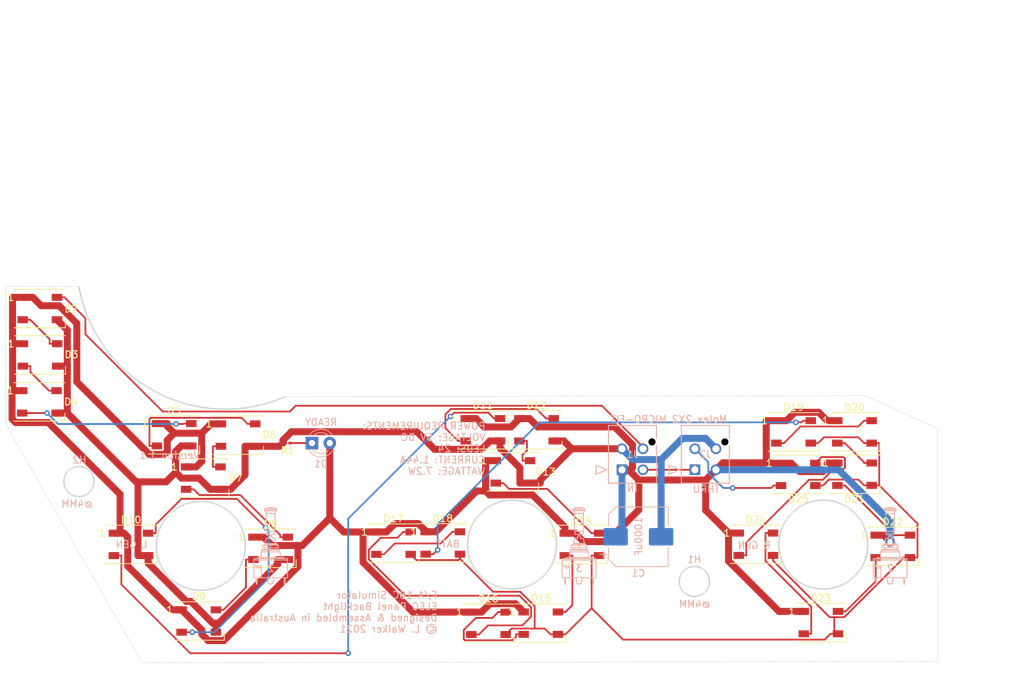
<source format=kicad_pcb>
(kicad_pcb (version 20171130) (host pcbnew "(5.1.6)-1")
  (layers (0 F.Cu signal) (31 B.Cu signal) (34 B.Paste user) (35 F.Paste user) (36 B.SilkS user) (37 F.SilkS user) (38 B.Mask user) (39 F.Mask user) (44 Edge.Cuts user))
  (net 0 "")
  (net 1 /LEDGND)
  (net 2 /LED+5V)
  (net 3 "Net-(D1-Pad1)")
  (net 4 "Net-(D2-Pad2)")
  (net 5 /DATAIN)
  (net 6 "Net-(D3-Pad2)")
  (net 7 "Net-(D4-Pad2)")
  (net 8 "Net-(D5-Pad2)")
  (net 9 "Net-(D6-Pad2)")
  (net 10 "Net-(D7-Pad2)")
  (net 11 "Net-(D8-Pad2)")
  (net 12 "Net-(D10-Pad4)")
  (net 13 "Net-(D10-Pad2)")
  (net 14 "Net-(D11-Pad2)")
  (net 15 "Net-(D12-Pad2)")
  (net 16 /DATAOUT1)
  (net 17 "Net-(D14-Pad2)")
  (net 18 "Net-(D15-Pad2)")
  (net 19 "Net-(D16-Pad2)")
  (net 20 "Net-(D17-Pad2)")
  (net 21 "Net-(D18-Pad2)")
  (net 22 "Net-(D19-Pad2)")
  (net 23 "Net-(D20-Pad2)")
  (net 24 "Net-(D21-Pad2)")
  (net 25 "Net-(D22-Pad2)")
  (net 26 "Net-(D23-Pad2)")
  (net 27 "Net-(D24-Pad2)")
  (net 28 /DATAOUT)
  (net 29 /DATALOOP)
  (net 30 "Net-(D14-Pad3)")
  (module "Kicad Footprint Files:S3ALToggle" (layer B.Cu) (at 111.9632 135.128 180)
    (fp_text reference G2 hide)
    (fp_text value LOGO hide)
    (fp_text user 3 (at 0.125 -3.075) (layer B.SilkS) (effects (justify mirror)))
  )
  (module "Kicad Footprint Files:S2ALToggle" (layer B.Cu) (at 156.3878 135.128 180)
    (fp_text reference G3 hide)
    (fp_text value LOGO hide)
    (fp_text user 2 (at 0.125 -3.075) (layer B.SilkS) (effects (justify mirror)))
  )
  (module "Kicad Footprint Files:S2ALToggle" (layer B.Cu) (at 67.9196 135.128 180)
    (fp_text reference G1 hide)
    (fp_text value LOGO hide)
    (fp_text user 2 (at 0.125 -3.075) (layer B.SilkS) (effects (justify mirror)))
  )
  (module Resistor_SMD:R_0201_0603Metric (layer F.Cu) (at 70.2158 120.294 180)
    (fp_text reference R1 (at 0 -1.05) (layer F.SilkS))
    (fp_text value R)
    (pad 2 smd roundrect (at 0.32 0 180) (size 0.46 0.4) (layers F.Cu F.Mask) (net 1 /LEDGND))
    (pad 1 smd roundrect (at -0.32 0 180) (size 0.46 0.4) (layers F.Cu F.Mask) (net 3 "Net-(D1-Pad1)"))
  )
  (module footprints:Molex_MicroFit_2X2 (layer B.Cu) (at 128.369 124.107 180)
    (fp_text reference J2 (at -1.495006 2.199999) (layer B.SilkS) (effects (justify mirror)))
    (fp_text value Conn_01x04_Female hide)
    (fp_text user * (at 0 0) (layer B.SilkS) (effects (justify mirror)))
    (pad 5 np_thru_hole circle (at -4.279999 3.98 180) (size 1.02 1.02) (drill 1.016) (layers))
    (pad 4 thru_hole circle (at -2.999999 2.999999 180) (size 1.52 1.52) (drill 1.016) (layers *.Cu *.Mask) (net 1 /LEDGND))
    (pad 3 thru_hole circle (at 0 2.999999 90) (size 1.52 1.52) (drill 1.016) (layers *.Cu *.Mask) (net 28 /DATAOUT))
    (pad 2 thru_hole circle (at -2.999999 0 180) (size 1.52 1.52) (drill 1.016) (layers *.Cu *.Mask) (net 2 /LED+5V))
    (pad 1 thru_hole rect (at 0 0 90) (size 1.52 1.52) (drill 1.016) (layers *.Cu *.Mask) (net 29 /DATALOOP))
  )
  (module footprints:Molex_MicroFit_2X2 (layer B.Cu) (at 117.955 124.107 180)
    (fp_text reference J1 (at -1.495006 2.199999 180) (layer B.SilkS) (effects (justify mirror)))
    (fp_text value Conn_01x04_Female hide)
    (fp_text user * (at 0 0 180) (layer B.SilkS) (effects (justify mirror)))
    (pad 5 np_thru_hole circle (at -4.279999 3.98 180) (size 1.02 1.02) (drill 1.016) (layers))
    (pad 4 thru_hole circle (at -2.999999 2.999999 180) (size 1.52 1.52) (drill 1.016) (layers *.Cu *.Mask) (net 5 /DATAIN))
    (pad 3 thru_hole circle (at 0 2.999999 90) (size 1.52 1.52) (drill 1.016) (layers *.Cu *.Mask) (net 1 /LEDGND))
    (pad 2 thru_hole circle (at -2.999999 0 180) (size 1.52 1.52) (drill 1.016) (layers *.Cu *.Mask) (net 29 /DATALOOP))
    (pad 1 thru_hole rect (at 0 0 90) (size 1.52 1.52) (drill 1.016) (layers *.Cu *.Mask) (net 2 /LED+5V))
  )
  (module LED_SMD:LED_WS2812B_PLCC4_5.0x5.0mm_P3.2mm (layer F.Cu) (at 143.117 124.765)
    (fp_text reference D25 (at 0.0116 3.5054) (layer F.SilkS))
    (fp_text value WS2812B)
    (fp_text user 1 (at -4.15 -1.6) (layer F.SilkS))
    (pad 1 smd rect (at -2.45 -1.6) (size 1.5 1) (layers F.Cu F.Paste F.Mask) (net 2 /LED+5V))
    (pad 2 smd rect (at -2.45 1.6) (size 1.5 1) (layers F.Cu F.Paste F.Mask) (net 28 /DATAOUT))
    (pad 4 smd rect (at 2.45 -1.6) (size 1.5 1) (layers F.Cu F.Paste F.Mask) (net 27 "Net-(D24-Pad2)"))
    (pad 3 smd rect (at 2.45 1.6) (size 1.5 1) (layers F.Cu F.Paste F.Mask) (net 30 "Net-(D14-Pad3)"))
  )
  (module LED_SMD:LED_WS2812B_PLCC4_5.0x5.0mm_P3.2mm (layer F.Cu) (at 137.072 134.747)
    (fp_text reference D24 (at 0 -3.5) (layer F.SilkS))
    (fp_text value WS2812B)
    (fp_text user 1 (at -4.15 -1.6) (layer F.SilkS))
    (pad 1 smd rect (at -2.45 -1.6) (size 1.5 1) (layers F.Cu F.Paste F.Mask) (net 2 /LED+5V))
    (pad 2 smd rect (at -2.45 1.6) (size 1.5 1) (layers F.Cu F.Paste F.Mask) (net 27 "Net-(D24-Pad2)"))
    (pad 4 smd rect (at 2.45 -1.6) (size 1.5 1) (layers F.Cu F.Paste F.Mask) (net 26 "Net-(D23-Pad2)"))
    (pad 3 smd rect (at 2.45 1.6) (size 1.5 1) (layers F.Cu F.Paste F.Mask) (net 30 "Net-(D14-Pad3)"))
  )
  (module LED_SMD:LED_WS2812B_PLCC4_5.0x5.0mm_P3.2mm (layer F.Cu) (at 146.355 145.948)
    (fp_text reference D23 (at 0 -3.5) (layer F.SilkS))
    (fp_text value WS2812B)
    (fp_text user 1 (at -4.15 -1.6) (layer F.SilkS))
    (pad 1 smd rect (at -2.45 -1.6) (size 1.5 1) (layers F.Cu F.Paste F.Mask) (net 2 /LED+5V))
    (pad 2 smd rect (at -2.45 1.6) (size 1.5 1) (layers F.Cu F.Paste F.Mask) (net 26 "Net-(D23-Pad2)"))
    (pad 4 smd rect (at 2.45 -1.6) (size 1.5 1) (layers F.Cu F.Paste F.Mask) (net 25 "Net-(D22-Pad2)"))
    (pad 3 smd rect (at 2.45 1.6) (size 1.5 1) (layers F.Cu F.Paste F.Mask) (net 30 "Net-(D14-Pad3)"))
  )
  (module LED_SMD:LED_WS2812B_PLCC4_5.0x5.0mm_P3.2mm (layer F.Cu) (at 156.63 135.052)
    (fp_text reference D22 (at 0 -3.5) (layer F.SilkS))
    (fp_text value WS2812B)
    (fp_text user 1 (at -4.15 -1.6) (layer F.SilkS))
    (pad 1 smd rect (at -2.45 -1.6) (size 1.5 1) (layers F.Cu F.Paste F.Mask) (net 2 /LED+5V))
    (pad 2 smd rect (at -2.45 1.6) (size 1.5 1) (layers F.Cu F.Paste F.Mask) (net 25 "Net-(D22-Pad2)"))
    (pad 4 smd rect (at 2.45 -1.6) (size 1.5 1) (layers F.Cu F.Paste F.Mask) (net 24 "Net-(D21-Pad2)"))
    (pad 3 smd rect (at 2.45 1.6) (size 1.5 1) (layers F.Cu F.Paste F.Mask) (net 30 "Net-(D14-Pad3)"))
  )
  (module LED_SMD:LED_WS2812B_PLCC4_5.0x5.0mm_P3.2mm (layer F.Cu) (at 151.167 124.739)
    (fp_text reference D21 (at -0.0116 3.5308) (layer F.SilkS))
    (fp_text value WS2812B)
    (fp_text user 1 (at -4.15 -1.6) (layer F.SilkS))
    (pad 1 smd rect (at -2.45 -1.6) (size 1.5 1) (layers F.Cu F.Paste F.Mask) (net 2 /LED+5V))
    (pad 2 smd rect (at -2.45 1.6) (size 1.5 1) (layers F.Cu F.Paste F.Mask) (net 24 "Net-(D21-Pad2)"))
    (pad 4 smd rect (at 2.45 -1.6) (size 1.5 1) (layers F.Cu F.Paste F.Mask) (net 23 "Net-(D20-Pad2)"))
    (pad 3 smd rect (at 2.45 1.6) (size 1.5 1) (layers F.Cu F.Paste F.Mask) (net 30 "Net-(D14-Pad3)"))
  )
  (module LED_SMD:LED_WS2812B_PLCC4_5.0x5.0mm_P3.2mm (layer F.Cu) (at 151.155 118.694)
    (fp_text reference D20 (at 0 -3.5) (layer F.SilkS))
    (fp_text value WS2812B)
    (fp_text user 1 (at -4.15 -1.6) (layer F.SilkS))
    (pad 1 smd rect (at -2.45 -1.6) (size 1.5 1) (layers F.Cu F.Paste F.Mask) (net 2 /LED+5V))
    (pad 2 smd rect (at -2.45 1.6) (size 1.5 1) (layers F.Cu F.Paste F.Mask) (net 23 "Net-(D20-Pad2)"))
    (pad 4 smd rect (at 2.45 -1.6) (size 1.5 1) (layers F.Cu F.Paste F.Mask) (net 22 "Net-(D19-Pad2)"))
    (pad 3 smd rect (at 2.45 1.6) (size 1.5 1) (layers F.Cu F.Paste F.Mask) (net 30 "Net-(D14-Pad3)"))
  )
  (module LED_SMD:LED_WS2812B_PLCC4_5.0x5.0mm_P3.2mm (layer F.Cu) (at 142.455 118.694)
    (fp_text reference D19 (at 0 -3.5) (layer F.SilkS))
    (fp_text value WS2812B)
    (fp_text user 1 (at -4.15 -1.6) (layer F.SilkS))
    (pad 1 smd rect (at -2.45 -1.6) (size 1.5 1) (layers F.Cu F.Paste F.Mask) (net 2 /LED+5V))
    (pad 2 smd rect (at -2.45 1.6) (size 1.5 1) (layers F.Cu F.Paste F.Mask) (net 22 "Net-(D19-Pad2)"))
    (pad 4 smd rect (at 2.45 -1.6) (size 1.5 1) (layers F.Cu F.Paste F.Mask) (net 21 "Net-(D18-Pad2)"))
    (pad 3 smd rect (at 2.45 1.6) (size 1.5 1) (layers F.Cu F.Paste F.Mask) (net 30 "Net-(D14-Pad3)"))
  )
  (module LED_SMD:LED_WS2812B_PLCC4_5.0x5.0mm_P3.2mm (layer F.Cu) (at 92.3682 134.569)
    (fp_text reference D18 (at 0 -3.5) (layer F.SilkS))
    (fp_text value WS2812B)
    (fp_text user 1 (at -4.15 -1.6) (layer F.SilkS))
    (pad 1 smd rect (at -2.45 -1.6) (size 1.5 1) (layers F.Cu F.Paste F.Mask) (net 2 /LED+5V))
    (pad 2 smd rect (at -2.45 1.6) (size 1.5 1) (layers F.Cu F.Paste F.Mask) (net 21 "Net-(D18-Pad2)"))
    (pad 4 smd rect (at 2.45 -1.6) (size 1.5 1) (layers F.Cu F.Paste F.Mask) (net 20 "Net-(D17-Pad2)"))
    (pad 3 smd rect (at 2.45 1.6) (size 1.5 1) (layers F.Cu F.Paste F.Mask) (net 30 "Net-(D14-Pad3)"))
  )
  (module LED_SMD:LED_WS2812B_PLCC4_5.0x5.0mm_P3.2mm (layer F.Cu) (at 85.3302 134.594)
    (fp_text reference D17 (at 0 -3.5) (layer F.SilkS))
    (fp_text value WS2812B)
    (fp_text user 1 (at -4.15 -1.6) (layer F.SilkS))
    (pad 1 smd rect (at -2.45 -1.6) (size 1.5 1) (layers F.Cu F.Paste F.Mask) (net 2 /LED+5V))
    (pad 2 smd rect (at -2.45 1.6) (size 1.5 1) (layers F.Cu F.Paste F.Mask) (net 20 "Net-(D17-Pad2)"))
    (pad 4 smd rect (at 2.45 -1.6) (size 1.5 1) (layers F.Cu F.Paste F.Mask) (net 19 "Net-(D16-Pad2)"))
    (pad 3 smd rect (at 2.45 1.6) (size 1.5 1) (layers F.Cu F.Paste F.Mask) (net 30 "Net-(D14-Pad3)"))
  )
  (module LED_SMD:LED_WS2812B_PLCC4_5.0x5.0mm_P3.2mm (layer F.Cu) (at 98.8938 146.05)
    (fp_text reference D16 (at 0 -3.5) (layer F.SilkS))
    (fp_text value WS2812B)
    (fp_text user 1 (at -4.15 -1.6) (layer F.SilkS))
    (pad 1 smd rect (at -2.45 -1.6) (size 1.5 1) (layers F.Cu F.Paste F.Mask) (net 2 /LED+5V))
    (pad 2 smd rect (at -2.45 1.6) (size 1.5 1) (layers F.Cu F.Paste F.Mask) (net 19 "Net-(D16-Pad2)"))
    (pad 4 smd rect (at 2.45 -1.6) (size 1.5 1) (layers F.Cu F.Paste F.Mask) (net 18 "Net-(D15-Pad2)"))
    (pad 3 smd rect (at 2.45 1.6) (size 1.5 1) (layers F.Cu F.Paste F.Mask) (net 30 "Net-(D14-Pad3)"))
  )
  (module LED_SMD:LED_WS2812B_PLCC4_5.0x5.0mm_P3.2mm (layer F.Cu) (at 106.364 146.024)
    (fp_text reference D15 (at 0.037 -3.5304) (layer F.SilkS))
    (fp_text value WS2812B)
    (fp_text user 1 (at -4.15 -1.6) (layer F.SilkS))
    (pad 1 smd rect (at -2.45 -1.6) (size 1.5 1) (layers F.Cu F.Paste F.Mask) (net 2 /LED+5V))
    (pad 2 smd rect (at -2.45 1.6) (size 1.5 1) (layers F.Cu F.Paste F.Mask) (net 18 "Net-(D15-Pad2)"))
    (pad 4 smd rect (at 2.45 -1.6) (size 1.5 1) (layers F.Cu F.Paste F.Mask) (net 17 "Net-(D14-Pad2)"))
    (pad 3 smd rect (at 2.45 1.6) (size 1.5 1) (layers F.Cu F.Paste F.Mask) (net 30 "Net-(D14-Pad3)"))
  )
  (module LED_SMD:LED_WS2812B_PLCC4_5.0x5.0mm_P3.2mm (layer F.Cu) (at 112.243 134.772)
    (fp_text reference D14 (at 0 -3.5) (layer F.SilkS))
    (fp_text value WS2812B)
    (fp_text user 1 (at -4.15 -1.6) (layer F.SilkS))
    (pad 1 smd rect (at -2.45 -1.6) (size 1.5 1) (layers F.Cu F.Paste F.Mask) (net 2 /LED+5V))
    (pad 2 smd rect (at -2.45 1.6) (size 1.5 1) (layers F.Cu F.Paste F.Mask) (net 17 "Net-(D14-Pad2)"))
    (pad 4 smd rect (at 2.45 -1.6) (size 1.5 1) (layers F.Cu F.Paste F.Mask) (net 16 /DATAOUT1))
    (pad 3 smd rect (at 2.45 1.6) (size 1.5 1) (layers F.Cu F.Paste F.Mask) (net 30 "Net-(D14-Pad3)"))
  )
  (module LED_SMD:LED_WS2812B_PLCC4_5.0x5.0mm_P3.2mm (layer F.Cu) (at 102.376 124.409)
    (fp_text reference D13 (at 4.6852 0.0002) (layer F.SilkS))
    (fp_text value WS2812B)
    (fp_text user 1 (at -4.15 -1.6) (layer F.SilkS))
    (pad 1 smd rect (at -2.45 -1.6) (size 1.5 1) (layers F.Cu F.Paste F.Mask) (net 2 /LED+5V))
    (pad 2 smd rect (at -2.45 1.6) (size 1.5 1) (layers F.Cu F.Paste F.Mask) (net 16 /DATAOUT1))
    (pad 4 smd rect (at 2.45 -1.6) (size 1.5 1) (layers F.Cu F.Paste F.Mask) (net 15 "Net-(D12-Pad2)"))
    (pad 3 smd rect (at 2.45 1.6) (size 1.5 1) (layers F.Cu F.Paste F.Mask) (net 1 /LEDGND))
  )
  (module LED_SMD:LED_WS2812B_PLCC4_5.0x5.0mm_P3.2mm (layer F.Cu) (at 105.754 118.389)
    (fp_text reference D12 (at 0 -3.5) (layer F.SilkS))
    (fp_text value WS2812B)
    (fp_text user 1 (at -4.15 -1.6) (layer F.SilkS))
    (pad 1 smd rect (at -2.45 -1.6) (size 1.5 1) (layers F.Cu F.Paste F.Mask) (net 2 /LED+5V))
    (pad 2 smd rect (at -2.45 1.6) (size 1.5 1) (layers F.Cu F.Paste F.Mask) (net 15 "Net-(D12-Pad2)"))
    (pad 4 smd rect (at 2.45 -1.6) (size 1.5 1) (layers F.Cu F.Paste F.Mask) (net 14 "Net-(D11-Pad2)"))
    (pad 3 smd rect (at 2.45 1.6) (size 1.5 1) (layers F.Cu F.Paste F.Mask) (net 1 /LEDGND))
  )
  (module LED_SMD:LED_WS2812B_PLCC4_5.0x5.0mm_P3.2mm (layer F.Cu) (at 98.0948 118.389)
    (fp_text reference D11 (at 0 -3.5) (layer F.SilkS))
    (fp_text value WS2812B)
    (fp_text user 1 (at -4.15 -1.6) (layer F.SilkS))
    (pad 1 smd rect (at -2.45 -1.6) (size 1.5 1) (layers F.Cu F.Paste F.Mask) (net 2 /LED+5V))
    (pad 2 smd rect (at -2.45 1.6) (size 1.5 1) (layers F.Cu F.Paste F.Mask) (net 14 "Net-(D11-Pad2)"))
    (pad 4 smd rect (at 2.45 -1.6) (size 1.5 1) (layers F.Cu F.Paste F.Mask) (net 13 "Net-(D10-Pad2)"))
    (pad 3 smd rect (at 2.45 1.6) (size 1.5 1) (layers F.Cu F.Paste F.Mask) (net 1 /LEDGND))
  )
  (module LED_SMD:LED_WS2812B_PLCC4_5.0x5.0mm_P3.2mm (layer F.Cu) (at 47.842 134.772)
    (fp_text reference D10 (at 0 -3.5) (layer F.SilkS))
    (fp_text value WS2812B)
    (fp_text user 1 (at -4.15 -1.6) (layer F.SilkS))
    (pad 1 smd rect (at -2.45 -1.6) (size 1.5 1) (layers F.Cu F.Paste F.Mask) (net 2 /LED+5V))
    (pad 2 smd rect (at -2.45 1.6) (size 1.5 1) (layers F.Cu F.Paste F.Mask) (net 13 "Net-(D10-Pad2)"))
    (pad 4 smd rect (at 2.45 -1.6) (size 1.5 1) (layers F.Cu F.Paste F.Mask) (net 12 "Net-(D10-Pad4)"))
    (pad 3 smd rect (at 2.45 1.6) (size 1.5 1) (layers F.Cu F.Paste F.Mask) (net 1 /LEDGND))
  )
  (module LED_SMD:LED_WS2812B_PLCC4_5.0x5.0mm_P3.2mm (layer F.Cu) (at 57.5194 145.72)
    (fp_text reference D9 (at 0 -3.5) (layer F.SilkS))
    (fp_text value WS2812B)
    (fp_text user 1 (at -4.15 -1.6) (layer F.SilkS))
    (pad 1 smd rect (at -2.45 -1.6) (size 1.5 1) (layers F.Cu F.Paste F.Mask) (net 2 /LED+5V))
    (pad 2 smd rect (at -2.45 1.6) (size 1.5 1) (layers F.Cu F.Paste F.Mask) (net 12 "Net-(D10-Pad4)"))
    (pad 4 smd rect (at 2.45 -1.6) (size 1.5 1) (layers F.Cu F.Paste F.Mask) (net 11 "Net-(D8-Pad2)"))
    (pad 3 smd rect (at 2.45 1.6) (size 1.5 1) (layers F.Cu F.Paste F.Mask) (net 1 /LEDGND))
  )
  (module LED_SMD:LED_WS2812B_PLCC4_5.0x5.0mm_P3.2mm (layer F.Cu) (at 67.781 135.331)
    (fp_text reference D8 (at 0.0116 -3.48) (layer F.SilkS))
    (fp_text value WS2812B)
    (fp_text user 1 (at -4.15 -1.6) (layer F.SilkS))
    (pad 1 smd rect (at -2.45 -1.6) (size 1.5 1) (layers F.Cu F.Paste F.Mask) (net 2 /LED+5V))
    (pad 2 smd rect (at -2.45 1.6) (size 1.5 1) (layers F.Cu F.Paste F.Mask) (net 11 "Net-(D8-Pad2)"))
    (pad 4 smd rect (at 2.45 -1.6) (size 1.5 1) (layers F.Cu F.Paste F.Mask) (net 10 "Net-(D7-Pad2)"))
    (pad 3 smd rect (at 2.45 1.6) (size 1.5 1) (layers F.Cu F.Paste F.Mask) (net 1 /LEDGND))
  )
  (module LED_SMD:LED_WS2812B_PLCC4_5.0x5.0mm_P3.2mm (layer F.Cu) (at 58.166 125.298)
    (fp_text reference D7 (at 4.6228 -0.0254) (layer F.SilkS))
    (fp_text value WS2812B)
    (fp_text user 1 (at -4.15 -1.6) (layer F.SilkS))
    (pad 1 smd rect (at -2.45 -1.6) (size 1.5 1) (layers F.Cu F.Paste F.Mask) (net 2 /LED+5V))
    (pad 2 smd rect (at -2.45 1.6) (size 1.5 1) (layers F.Cu F.Paste F.Mask) (net 10 "Net-(D7-Pad2)"))
    (pad 4 smd rect (at 2.45 -1.6) (size 1.5 1) (layers F.Cu F.Paste F.Mask) (net 9 "Net-(D6-Pad2)"))
    (pad 3 smd rect (at 2.45 1.6) (size 1.5 1) (layers F.Cu F.Paste F.Mask) (net 1 /LEDGND))
  )
  (module LED_SMD:LED_WS2812B_PLCC4_5.0x5.0mm_P3.2mm (layer F.Cu) (at 63.1306 119.151)
    (fp_text reference D6 (at 4.4588 -0.0252) (layer F.SilkS))
    (fp_text value WS2812B)
    (fp_text user 1 (at -4.15 -1.6) (layer F.SilkS))
    (pad 1 smd rect (at -2.45 -1.6) (size 1.5 1) (layers F.Cu F.Paste F.Mask) (net 2 /LED+5V))
    (pad 2 smd rect (at -2.45 1.6) (size 1.5 1) (layers F.Cu F.Paste F.Mask) (net 9 "Net-(D6-Pad2)"))
    (pad 4 smd rect (at 2.45 -1.6) (size 1.5 1) (layers F.Cu F.Paste F.Mask) (net 8 "Net-(D5-Pad2)"))
    (pad 3 smd rect (at 2.45 1.6) (size 1.5 1) (layers F.Cu F.Paste F.Mask) (net 1 /LEDGND))
  )
  (module LED_SMD:LED_WS2812B_PLCC4_5.0x5.0mm_P3.2mm (layer F.Cu) (at 54.0004 119.101)
    (fp_text reference D5 (at 0 -3.4798) (layer F.SilkS))
    (fp_text value WS2812B)
    (fp_text user 1 (at -4.15 -1.6) (layer F.SilkS))
    (pad 1 smd rect (at -2.45 -1.6) (size 1.5 1) (layers F.Cu F.Paste F.Mask) (net 2 /LED+5V))
    (pad 2 smd rect (at -2.45 1.6) (size 1.5 1) (layers F.Cu F.Paste F.Mask) (net 8 "Net-(D5-Pad2)"))
    (pad 4 smd rect (at 2.45 -1.6) (size 1.5 1) (layers F.Cu F.Paste F.Mask) (net 7 "Net-(D4-Pad2)"))
    (pad 3 smd rect (at 2.45 1.6) (size 1.5 1) (layers F.Cu F.Paste F.Mask) (net 1 /LEDGND))
  )
  (module LED_SMD:LED_WS2812B_PLCC4_5.0x5.0mm_P3.2mm (layer F.Cu) (at 34.761 114.402)
    (fp_text reference D4 (at 4.5074 -0.0002) (layer F.SilkS))
    (fp_text value WS2812B)
    (fp_text user 1 (at -4.15 -1.6) (layer F.SilkS))
    (pad 1 smd rect (at -2.45 -1.6) (size 1.5 1) (layers F.Cu F.Paste F.Mask) (net 2 /LED+5V))
    (pad 2 smd rect (at -2.45 1.6) (size 1.5 1) (layers F.Cu F.Paste F.Mask) (net 7 "Net-(D4-Pad2)"))
    (pad 4 smd rect (at 2.45 -1.6) (size 1.5 1) (layers F.Cu F.Paste F.Mask) (net 6 "Net-(D3-Pad2)"))
    (pad 3 smd rect (at 2.45 1.6) (size 1.5 1) (layers F.Cu F.Paste F.Mask) (net 1 /LEDGND))
  )
  (module LED_SMD:LED_WS2812B_PLCC4_5.0x5.0mm_P3.2mm (layer F.Cu) (at 34.8488 107.696)
    (fp_text reference D3 (at 4.4958 -0.0508) (layer F.SilkS))
    (fp_text value WS2812B)
    (fp_text user 1 (at -4.15 -1.6) (layer F.SilkS))
    (pad 1 smd rect (at -2.45 -1.6) (size 1.5 1) (layers F.Cu F.Paste F.Mask) (net 2 /LED+5V))
    (pad 2 smd rect (at -2.45 1.6) (size 1.5 1) (layers F.Cu F.Paste F.Mask) (net 6 "Net-(D3-Pad2)"))
    (pad 4 smd rect (at 2.45 -1.6) (size 1.5 1) (layers F.Cu F.Paste F.Mask) (net 4 "Net-(D2-Pad2)"))
    (pad 3 smd rect (at 2.45 1.6) (size 1.5 1) (layers F.Cu F.Paste F.Mask) (net 1 /LEDGND))
  )
  (module LED_SMD:LED_WS2812B_PLCC4_5.0x5.0mm_P3.2mm (layer F.Cu) (at 34.8234 101.067)
    (fp_text reference D2 (at 4.4958 0.0508) (layer F.SilkS))
    (fp_text value WS2812B)
    (fp_text user 1 (at -4.15 -1.6) (layer F.SilkS))
    (pad 1 smd rect (at -2.45 -1.6) (size 1.5 1) (layers F.Cu F.Paste F.Mask) (net 2 /LED+5V))
    (pad 2 smd rect (at -2.45 1.6) (size 1.5 1) (layers F.Cu F.Paste F.Mask) (net 4 "Net-(D2-Pad2)"))
    (pad 4 smd rect (at 2.45 -1.6) (size 1.5 1) (layers F.Cu F.Paste F.Mask) (net 5 /DATAIN))
    (pad 3 smd rect (at 2.45 1.6) (size 1.5 1) (layers F.Cu F.Paste F.Mask) (net 1 /LEDGND))
  )
  (module LED_THT:LED_D3.0mm (layer B.Cu) (at 73.6854 120.294)
    (fp_text reference D1 (at 1.27 2.96) (layer B.SilkS) (effects (justify mirror)))
    (fp_text value LED)
    (pad 2 thru_hole circle (at 2.54 0) (size 1.8 1.8) (drill 0.9) (layers *.Cu *.Mask) (net 2 /LED+5V))
    (pad 1 thru_hole rect (at 0 0) (size 1.8 1.8) (drill 0.9) (layers *.Cu *.Mask) (net 3 "Net-(D1-Pad1)"))
  )
  (module Capacitor_SMD:CP_Elec_8x10 (layer B.Cu) (at 120.296 133.68)
    (fp_text reference C1 (at 0 5.2) (layer B.SilkS) (effects (justify mirror)))
    (fp_text value C_Polarized)
    (pad 2 smd roundrect (at 3.25 0) (size 3.5 2.5) (layers B.Cu B.Paste B.Mask) (roundrect_rratio 0.1) (net 1 /LEDGND))
    (pad 1 smd roundrect (at -3.25 0) (size 3.5 2.5) (layers B.Cu B.Paste B.Mask) (roundrect_rratio 0.1) (net 2 /LED+5V))
  )
  (gr_text H2 (at 40.4876 122.682) (layer B.SilkS) (effects (font (size 1 1)) (justify mirror)))
  (gr_text H1 (at 128.27 136.906) (layer B.SilkS) (effects (font (size 1 1)) (justify mirror)))
  (gr_text "R GEN" (at 136.8552 134.8994) (layer B.SilkS) (effects (font (size 1 1)) (justify mirror)))
  (gr_text BATT (at 93.091 134.7216) (layer B.SilkS) (effects (font (size 1 1)) (justify mirror)))
  (gr_text "L GEN" (at 47.9298 134.7724) (layer B.SilkS) (effects (font (size 1 1)) (justify mirror)))
  (gr_arc (start 61.339566 94.181114) (end 40.4114 97.9424) (angle -103.4067556) (layer Edge.Cuts) (width 0.2))
  (gr_line (start 152.7048 113.5126) (end 69.85081 113.666856) (layer Edge.Cuts) (width 0.05))
  (gr_line (start 163.0426 118.237) (end 152.7048 113.5126) (layer Edge.Cuts) (width 0.05))
  (gr_line (start 163.068 151.511) (end 163.0426 118.237) (layer Edge.Cuts) (width 0.05))
  (gr_line (start 49.4284 151.6888) (end 163.068 151.511) (layer Edge.Cuts) (width 0.05))
  (gr_line (start 29.9466 117.5512) (end 49.4284 151.6888) (layer Edge.Cuts) (width 0.05))
  (gr_line (start 29.9466 97.8662) (end 29.9466 117.5512) (layer Edge.Cuts) (width 0.05))
  (gr_line (start 29.9466 97.8662) (end 40.4114 97.9424) (layer Edge.Cuts) (width 0.05))
  (gr_circle (center 102.2604 134.7978) (end 108.6104 134.7978) (layer Edge.Cuts) (width 0.2))
  (gr_circle (center 40.4114 125.7808) (end 42.564049 125.7808) (layer Edge.Cuts) (width 0.2))
  (gr_circle (center 146.7104 134.7978) (end 153.060399 134.7978) (layer Edge.Cuts) (width 0.2))
  (gr_circle (center 128.2954 140.0683) (end 130.44805 140.0683) (layer Edge.Cuts) (width 0.2))
  (gr_circle (center 57.8104 134.979916) (end 64.1604 134.979916) (layer Edge.Cuts) (width 0.2))
  (gr_text "Molex 2X2 MICRO-FIT" (at 124.6378 116.8908) (layer B.SilkS) (effects (font (size 1 1)) (justify mirror)))
  (gr_text 1000uF (at 120.3198 133.6548 90) (layer B.SilkS) (effects (font (size 1 1)) (justify mirror)))
  (gr_text READY (at 74.9554 117.3226) (layer B.SilkS) (effects (font (size 1 1)) (justify mirror)))
  (gr_text THRU (at 129.9972 126.873) (layer B.SilkS) (effects (font (size 1 1)) (justify mirror)))
  (gr_text IN (at 119.4308 126.7714) (layer B.SilkS) (effects (font (size 1 1)) (justify mirror)))
  (gr_text ⌀4MM (at 40.1574 128.9812) (layer B.SilkS) (effects (font (size 1 1)) (justify mirror)))
  (gr_text "Version 1.1" (at 53.3146 122.047) (layer B.SilkS) (effects (font (size 1 1)) (justify mirror)))
  (gr_text ⌀4MM (at 128.3462 143.3068) (layer B.SilkS) (effects (font (size 1 1)) (justify mirror)))
  (gr_text "POWER REQUIREMENTS:\nVOLTAGE: 5V DC\nLEDS: 24\nCURRENT: 1.44A\nWATTAGE: 7.2W" (at 98.552 121.0818) (layer B.SilkS) (effects (font (size 1 1)) (justify left mirror)))
  (gr_text "F/A 18C Simulator \nELEC Panel Backlight\nDesigned & Assembled in Australia\n© L. Walker 2021" (at 91.694 144.4498) (layer B.SilkS) (effects (font (size 1 1)) (justify left mirror)))
  (segment (start 59.9694 146.0206) (end 59.4966 146.0206) (width 1) (layer F.Cu) (net 1))
  (segment (start 59.4966 146.0206) (end 56.3956 142.9196) (width 1) (layer F.Cu) (net 1))
  (segment (start 56.3956 142.9196) (end 55.7546 142.9196) (width 1) (layer F.Cu) (net 1))
  (segment (start 55.7546 142.9196) (end 50.292 137.457) (width 1) (layer F.Cu) (net 1))
  (segment (start 50.292 137.457) (end 50.292 136.372) (width 1) (layer F.Cu) (net 1))
  (segment (start 68.7807 136.931) (end 68.7807 137.6154) (width 1) (layer F.Cu) (net 1))
  (segment (start 68.7807 137.6154) (end 60.3755 146.0206) (width 1) (layer F.Cu) (net 1))
  (segment (start 60.3755 146.0206) (end 59.9694 146.0206) (width 1) (layer F.Cu) (net 1))
  (segment (start 59.9694 146.0206) (end 59.9694 147.32) (width 1) (layer F.Cu) (net 1))
  (segment (start 70.231 136.931) (end 68.7807 136.931) (width 1) (layer F.Cu) (net 1))
  (segment (start 38.7491 116.002) (end 48.5804 125.8333) (width 1) (layer F.Cu) (net 1))
  (segment (start 48.5804 125.8333) (end 48.8417 125.8333) (width 1) (layer F.Cu) (net 1))
  (segment (start 48.8417 125.8333) (end 52.8501 125.8333) (width 1) (layer F.Cu) (net 1))
  (segment (start 52.8501 125.8333) (end 54.2222 124.4612) (width 1) (layer F.Cu) (net 1))
  (segment (start 48.8417 125.8333) (end 48.8417 136.372) (width 1) (layer F.Cu) (net 1))
  (segment (start 50.292 136.372) (end 48.8417 136.372) (width 1) (layer F.Cu) (net 1))
  (segment (start 37.2734 102.667) (end 38.7491 104.1427) (width 1) (layer F.Cu) (net 1))
  (segment (start 38.7491 104.1427) (end 38.7491 109.296) (width 1) (layer F.Cu) (net 1))
  (segment (start 38.7491 116.002) (end 38.6613 116.002) (width 1) (layer F.Cu) (net 1))
  (segment (start 38.7491 116.002) (end 38.7491 109.296) (width 1) (layer F.Cu) (net 1))
  (segment (start 37.2988 109.296) (end 38.7491 109.296) (width 1) (layer F.Cu) (net 1))
  (segment (start 104.826 126.009) (end 106.2763 126.009) (width 1) (layer F.Cu) (net 1))
  (segment (start 110.7723 121.107) (end 109.6543 119.989) (width 1) (layer F.Cu) (net 1))
  (segment (start 117.955 121.107) (end 110.7723 121.107) (width 1) (layer F.Cu) (net 1))
  (segment (start 110.7723 121.107) (end 106.2763 125.603) (width 1) (layer F.Cu) (net 1))
  (segment (start 106.2763 125.603) (end 106.2763 126.009) (width 1) (layer F.Cu) (net 1))
  (segment (start 104.826 126.009) (end 103.3757 126.009) (width 1) (layer F.Cu) (net 1))
  (segment (start 103.3757 126.009) (end 103.3757 123.8335) (width 1) (layer F.Cu) (net 1))
  (segment (start 103.3757 123.8335) (end 100.5448 121.0026) (width 1) (layer F.Cu) (net 1))
  (segment (start 100.5448 121.0026) (end 100.5448 119.989) (width 1) (layer F.Cu) (net 1))
  (segment (start 108.204 119.989) (end 109.6543 119.989) (width 1) (layer F.Cu) (net 1))
  (segment (start 69.5348 120.294) (end 69.5348 119.8958) (width 1) (layer F.Cu) (net 1))
  (segment (start 69.5348 119.8958) (end 70.7576 118.673) (width 1) (layer F.Cu) (net 1))
  (segment (start 70.7576 118.673) (end 88.6846 118.673) (width 1) (layer F.Cu) (net 1))
  (segment (start 88.6846 118.673) (end 91.2009 121.1893) (width 1) (layer F.Cu) (net 1))
  (segment (start 91.2009 121.1893) (end 97.8942 121.1893) (width 1) (layer F.Cu) (net 1))
  (segment (start 97.8942 121.1893) (end 99.0945 119.989) (width 1) (layer F.Cu) (net 1))
  (segment (start 65.5806 120.751) (end 69.0778 120.751) (width 1) (layer F.Cu) (net 1))
  (segment (start 69.0778 120.751) (end 69.5348 120.294) (width 1) (layer F.Cu) (net 1))
  (segment (start 100.5448 119.989) (end 99.0945 119.989) (width 1) (layer F.Cu) (net 1))
  (segment (start 69.5348 120.294) (end 69.8958 120.294) (width 0.4006) (layer F.Cu) (net 1))
  (segment (start 54.2222 124.4612) (end 54.2222 121.4789) (width 1) (layer F.Cu) (net 1))
  (segment (start 54.2222 121.4789) (end 55.0001 120.701) (width 1) (layer F.Cu) (net 1))
  (segment (start 59.1657 126.898) (end 57.5644 125.2967) (width 1) (layer F.Cu) (net 1))
  (segment (start 57.5644 125.2967) (end 55.0577 125.2967) (width 1) (layer F.Cu) (net 1))
  (segment (start 55.0577 125.2967) (end 54.2222 124.4612) (width 1) (layer F.Cu) (net 1))
  (segment (start 37.211 116.002) (end 38.6613 116.002) (width 1) (layer F.Cu) (net 1))
  (segment (start 123.546 122.6466) (end 126.5702 119.6224) (width 1) (layer B.Cu) (net 1))
  (segment (start 126.5702 119.6224) (end 129.8844 119.6224) (width 1) (layer B.Cu) (net 1))
  (segment (start 129.8844 119.6224) (end 131.369 121.107) (width 1) (layer B.Cu) (net 1))
  (segment (start 117.955 121.107) (end 119.4946 122.6466) (width 1) (layer B.Cu) (net 1))
  (segment (start 119.4946 122.6466) (end 123.546 122.6466) (width 1) (layer B.Cu) (net 1))
  (segment (start 123.546 133.68) (end 123.546 122.6466) (width 1) (layer B.Cu) (net 1))
  (segment (start 56.4504 120.701) (end 55.0001 120.701) (width 1) (layer F.Cu) (net 1))
  (segment (start 60.616 126.898) (end 62.0663 126.898) (width 1) (layer F.Cu) (net 1))
  (segment (start 65.5806 120.751) (end 64.1303 120.751) (width 1) (layer F.Cu) (net 1))
  (segment (start 64.1303 120.751) (end 64.1303 124.834) (width 1) (layer F.Cu) (net 1))
  (segment (start 64.1303 124.834) (end 62.0663 126.898) (width 1) (layer F.Cu) (net 1))
  (segment (start 60.616 126.898) (end 59.1657 126.898) (width 1) (layer F.Cu) (net 1))
  (segment (start 109.793 133.172) (end 111.2433 133.172) (width 1) (layer F.Cu) (net 2))
  (segment (start 111.2433 133.172) (end 112.4436 134.3723) (width 1) (layer F.Cu) (net 2))
  (segment (start 112.4436 134.3723) (end 115.8152 134.3723) (width 1) (layer F.Cu) (net 2))
  (segment (start 115.8152 134.3723) (end 120.3532 129.8343) (width 1) (layer F.Cu) (net 2))
  (segment (start 120.3532 129.8343) (end 120.3532 125.5706) (width 1) (layer F.Cu) (net 2))
  (segment (start 109.793 133.172) (end 109.793 132.3074) (width 1) (layer F.Cu) (net 2))
  (segment (start 109.793 132.3074) (end 105.1898 127.7042) (width 1) (layer F.Cu) (net 2))
  (segment (start 105.1898 127.7042) (end 99.0454 127.7042) (width 1) (layer F.Cu) (net 2))
  (segment (start 99.0454 127.7042) (end 98.4757 127.1345) (width 1) (layer F.Cu) (net 2))
  (segment (start 120.3532 125.5706) (end 129.9054 125.5706) (width 1) (layer F.Cu) (net 2))
  (segment (start 119.1469 124.107) (end 119.1469 124.3643) (width 1) (layer F.Cu) (net 2))
  (segment (start 119.1469 124.3643) (end 120.3532 125.5706) (width 1) (layer F.Cu) (net 2))
  (segment (start 129.9054 125.5706) (end 131.369 124.107) (width 1) (layer F.Cu) (net 2))
  (segment (start 133.1717 133.147) (end 129.9054 129.8807) (width 1) (layer F.Cu) (net 2))
  (segment (start 129.9054 129.8807) (end 129.9054 125.5706) (width 1) (layer F.Cu) (net 2))
  (segment (start 104.7543 116.789) (end 105.9546 117.9893) (width 1) (layer F.Cu) (net 2))
  (segment (start 105.9546 117.9893) (end 116.9079 117.9893) (width 1) (layer F.Cu) (net 2))
  (segment (start 116.9079 117.9893) (end 119.455 120.5364) (width 1) (layer F.Cu) (net 2))
  (segment (start 119.455 120.5364) (end 119.455 123.7989) (width 1) (layer F.Cu) (net 2))
  (segment (start 119.455 123.7989) (end 119.1469 124.107) (width 1) (layer F.Cu) (net 2))
  (segment (start 97.8941 144.45) (end 99.0944 143.2497) (width 1) (layer F.Cu) (net 2))
  (segment (start 99.0944 143.2497) (end 102.7397 143.2497) (width 1) (layer F.Cu) (net 2))
  (segment (start 102.7397 143.2497) (end 103.914 144.424) (width 1) (layer F.Cu) (net 2))
  (segment (start 55.0694 144.12) (end 57.96 147.0106) (width 1) (layer F.Cu) (net 2))
  (segment (start 57.96 147.0106) (end 57.96 147.6144) (width 1) (layer F.Cu) (net 2))
  (segment (start 57.96 147.6144) (end 58.866 148.5204) (width 1) (layer F.Cu) (net 2))
  (segment (start 58.866 148.5204) (end 61.1 148.5204) (width 1) (layer F.Cu) (net 2))
  (segment (start 61.1 148.5204) (end 71.6814 137.939) (width 1) (layer F.Cu) (net 2))
  (segment (start 71.6814 137.939) (end 71.6814 134.9313) (width 1) (layer F.Cu) (net 2))
  (segment (start 55.0694 144.12) (end 54.7641 144.12) (width 1) (layer F.Cu) (net 2))
  (segment (start 71.6814 134.9313) (end 67.9816 134.9313) (width 1) (layer F.Cu) (net 2))
  (segment (start 67.9816 134.9313) (end 66.7813 133.731) (width 1) (layer F.Cu) (net 2))
  (segment (start 76.2254 130.9973) (end 72.2914 134.9313) (width 1) (layer F.Cu) (net 2))
  (segment (start 72.2914 134.9313) (end 71.6814 134.9313) (width 1) (layer F.Cu) (net 2))
  (segment (start 76.2254 130.9973) (end 76.2254 120.294) (width 1) (layer F.Cu) (net 2))
  (segment (start 80.9785 132.994) (end 78.2221 132.994) (width 1) (layer F.Cu) (net 2))
  (segment (start 78.2221 132.994) (end 76.2254 130.9973) (width 1) (layer F.Cu) (net 2))
  (segment (start 65.331 133.731) (end 66.7813 133.731) (width 1) (layer F.Cu) (net 2))
  (segment (start 156.2336 134.3699) (end 155.6303 133.7666) (width 1) (layer F.Cu) (net 2))
  (segment (start 155.6303 133.7666) (end 155.6303 133.452) (width 1) (layer F.Cu) (net 2))
  (segment (start 131.369 124.107) (end 148.8909 124.107) (width 1) (layer B.Cu) (net 2))
  (segment (start 148.8909 124.107) (end 156.2336 131.4497) (width 1) (layer B.Cu) (net 2))
  (segment (start 156.2336 131.4497) (end 156.2336 134.3699) (width 1) (layer B.Cu) (net 2))
  (segment (start 154.18 133.452) (end 155.6303 133.452) (width 1) (layer F.Cu) (net 2))
  (segment (start 142.1173 123.165) (end 143.3177 124.3654) (width 1) (layer F.Cu) (net 2))
  (segment (start 143.3177 124.3654) (end 146.6404 124.3654) (width 1) (layer F.Cu) (net 2))
  (segment (start 146.6404 124.3654) (end 147.2667 123.7391) (width 1) (layer F.Cu) (net 2))
  (segment (start 147.2667 123.7391) (end 147.2667 123.139) (width 1) (layer F.Cu) (net 2))
  (segment (start 143.905 144.348) (end 140.3739 144.348) (width 1) (layer F.Cu) (net 2))
  (segment (start 140.3739 144.348) (end 133.1717 137.1458) (width 1) (layer F.Cu) (net 2))
  (segment (start 133.1717 137.1458) (end 133.1717 133.147) (width 1) (layer F.Cu) (net 2))
  (segment (start 96.4438 144.45) (end 97.8941 144.45) (width 1) (layer F.Cu) (net 2))
  (segment (start 80.9785 132.994) (end 80.9785 137.3288) (width 1) (layer F.Cu) (net 2))
  (segment (start 80.9785 137.3288) (end 88.0997 144.45) (width 1) (layer F.Cu) (net 2))
  (segment (start 88.0997 144.45) (end 96.4438 144.45) (width 1) (layer F.Cu) (net 2))
  (segment (start 147.2547 117.094) (end 146.0544 115.8937) (width 1) (layer F.Cu) (net 2))
  (segment (start 146.0544 115.8937) (end 142.6556 115.8937) (width 1) (layer F.Cu) (net 2))
  (segment (start 142.6556 115.8937) (end 141.4553 117.094) (width 1) (layer F.Cu) (net 2))
  (segment (start 98.4757 127.1345) (end 97.203 127.1345) (width 1) (layer F.Cu) (net 2))
  (segment (start 97.203 127.1345) (end 91.3685 132.969) (width 1) (layer F.Cu) (net 2))
  (segment (start 98.4757 127.1345) (end 98.4757 122.809) (width 1) (layer F.Cu) (net 2))
  (segment (start 89.9182 132.969) (end 91.3685 132.969) (width 1) (layer F.Cu) (net 2))
  (segment (start 82.8802 132.994) (end 84.3305 132.994) (width 1) (layer F.Cu) (net 2))
  (segment (start 84.3305 132.994) (end 85.5308 131.7937) (width 1) (layer F.Cu) (net 2))
  (segment (start 85.5308 131.7937) (end 88.8648 131.7937) (width 1) (layer F.Cu) (net 2))
  (segment (start 88.8648 131.7937) (end 89.9182 132.8471) (width 1) (layer F.Cu) (net 2))
  (segment (start 89.9182 132.8471) (end 89.9182 132.969) (width 1) (layer F.Cu) (net 2))
  (segment (start 80.9785 132.994) (end 82.8802 132.994) (width 1) (layer F.Cu) (net 2))
  (segment (start 99.926 122.809) (end 98.4757 122.809) (width 1) (layer F.Cu) (net 2))
  (segment (start 54.7641 144.12) (end 54.4587 144.12) (width 1) (layer F.Cu) (net 2))
  (segment (start 117.046 133.68) (end 117.955 132.771) (width 1) (layer B.Cu) (net 2))
  (segment (start 117.955 132.771) (end 117.955 124.107) (width 1) (layer B.Cu) (net 2))
  (segment (start 95.6448 116.789) (end 97.0951 116.789) (width 1) (layer F.Cu) (net 2))
  (segment (start 97.0951 116.789) (end 98.2954 117.9893) (width 1) (layer F.Cu) (net 2))
  (segment (start 98.2954 117.9893) (end 102.1037 117.9893) (width 1) (layer F.Cu) (net 2))
  (segment (start 102.1037 117.9893) (end 103.304 116.789) (width 1) (layer F.Cu) (net 2))
  (segment (start 103.304 116.789) (end 104.7543 116.789) (width 1) (layer F.Cu) (net 2))
  (segment (start 118.8785 124.107) (end 119.1469 124.107) (width 1) (layer F.Cu) (net 2))
  (segment (start 54.029 118.8758) (end 57.9408 118.8758) (width 1) (layer F.Cu) (net 2))
  (segment (start 53.0007 117.501) (end 53.0007 117.8475) (width 1) (layer F.Cu) (net 2))
  (segment (start 53.0007 117.8475) (end 54.029 118.8758) (width 1) (layer F.Cu) (net 2))
  (segment (start 54.029 118.8758) (end 53.0218 119.883) (width 1) (layer F.Cu) (net 2))
  (segment (start 53.0218 119.883) (end 53.0218 121.484) (width 1) (layer F.Cu) (net 2))
  (segment (start 53.0218 121.484) (end 52.6018 121.904) (width 1) (layer F.Cu) (net 2))
  (segment (start 52.6018 121.904) (end 50.4655 121.904) (width 1) (layer F.Cu) (net 2))
  (segment (start 50.4655 121.904) (end 40.1011 111.5396) (width 1) (layer F.Cu) (net 2))
  (segment (start 40.1011 111.5396) (end 40.1011 103.1874) (width 1) (layer F.Cu) (net 2))
  (segment (start 40.1011 103.1874) (end 37.581 100.6673) (width 1) (layer F.Cu) (net 2))
  (segment (start 37.581 100.6673) (end 35.024 100.6673) (width 1) (layer F.Cu) (net 2))
  (segment (start 35.024 100.6673) (end 33.8237 99.467) (width 1) (layer F.Cu) (net 2))
  (segment (start 32.3734 99.467) (end 33.8237 99.467) (width 1) (layer F.Cu) (net 2))
  (segment (start 117.955 124.107) (end 118.6852 124.107) (width 1) (layer F.Cu) (net 2))
  (segment (start 118.6852 124.107) (end 118.8785 124.107) (width 1) (layer F.Cu) (net 2))
  (segment (start 46.2828 133.172) (end 46.2828 127.6152) (width 1) (layer F.Cu) (net 2))
  (segment (start 46.2828 127.6152) (end 36.0261 117.3585) (width 1) (layer F.Cu) (net 2))
  (segment (start 36.0261 117.3585) (end 31.3702 117.3585) (width 1) (layer F.Cu) (net 2))
  (segment (start 31.3702 117.3585) (end 30.8607 116.849) (width 1) (layer F.Cu) (net 2))
  (segment (start 30.8607 116.849) (end 30.8607 112.802) (width 1) (layer F.Cu) (net 2))
  (segment (start 54.3443 144.12) (end 54.4587 144.12) (width 1) (layer F.Cu) (net 2))
  (segment (start 54.3443 144.12) (end 53.6191 144.12) (width 1) (layer F.Cu) (net 2))
  (segment (start 59.2303 117.551) (end 59.2303 117.5863) (width 1) (layer F.Cu) (net 2))
  (segment (start 59.2303 117.5863) (end 57.9408 118.8758) (width 1) (layer F.Cu) (net 2))
  (segment (start 57.9408 118.8758) (end 57.9408 122.9235) (width 1) (layer F.Cu) (net 2))
  (segment (start 57.9408 122.9235) (end 57.1663 123.698) (width 1) (layer F.Cu) (net 2))
  (segment (start 60.6806 117.551) (end 59.2303 117.551) (width 1) (layer F.Cu) (net 2))
  (segment (start 51.5504 117.501) (end 53.0007 117.501) (width 1) (layer F.Cu) (net 2))
  (segment (start 138.5547 123.1128) (end 139.1645 123.1128) (width 1) (layer F.Cu) (net 2))
  (segment (start 139.1645 123.1128) (end 139.2167 123.165) (width 1) (layer F.Cu) (net 2))
  (segment (start 131.369 124.107) (end 132.3632 123.1128) (width 1) (layer F.Cu) (net 2))
  (segment (start 132.3632 123.1128) (end 138.5547 123.1128) (width 1) (layer F.Cu) (net 2))
  (segment (start 138.5547 123.1128) (end 138.5547 117.094) (width 1) (layer F.Cu) (net 2))
  (segment (start 140.005 117.094) (end 138.5547 117.094) (width 1) (layer F.Cu) (net 2))
  (segment (start 55.716 123.698) (end 57.1663 123.698) (width 1) (layer F.Cu) (net 2))
  (segment (start 148.705 117.094) (end 147.2547 117.094) (width 1) (layer F.Cu) (net 2))
  (segment (start 140.005 117.094) (end 141.4553 117.094) (width 1) (layer F.Cu) (net 2))
  (segment (start 134.622 133.147) (end 133.1717 133.147) (width 1) (layer F.Cu) (net 2))
  (segment (start 30.9358 106.096) (end 30.9358 112.802) (width 1) (layer F.Cu) (net 2))
  (segment (start 30.9231 99.467) (end 30.9231 106.0833) (width 1) (layer F.Cu) (net 2))
  (segment (start 30.9231 106.0833) (end 30.9358 106.096) (width 1) (layer F.Cu) (net 2))
  (segment (start 30.9358 106.096) (end 30.9485 106.096) (width 1) (layer F.Cu) (net 2))
  (segment (start 30.9358 112.802) (end 30.8607 112.802) (width 1) (layer F.Cu) (net 2))
  (segment (start 32.311 112.802) (end 30.9358 112.802) (width 1) (layer F.Cu) (net 2))
  (segment (start 46.2828 133.172) (end 46.8423 133.172) (width 1) (layer F.Cu) (net 2))
  (segment (start 45.5315 133.172) (end 46.2828 133.172) (width 1) (layer F.Cu) (net 2))
  (segment (start 140.667 123.165) (end 139.2167 123.165) (width 1) (layer F.Cu) (net 2))
  (segment (start 32.3734 99.467) (end 30.9231 99.467) (width 1) (layer F.Cu) (net 2))
  (segment (start 32.3988 106.096) (end 30.9485 106.096) (width 1) (layer F.Cu) (net 2))
  (segment (start 45.392 133.172) (end 45.5315 133.172) (width 1) (layer F.Cu) (net 2))
  (segment (start 53.6191 144.12) (end 47.38 137.8809) (width 1) (layer F.Cu) (net 2))
  (segment (start 47.38 137.8809) (end 47.38 133.7097) (width 1) (layer F.Cu) (net 2))
  (segment (start 47.38 133.7097) (end 46.8423 133.172) (width 1) (layer F.Cu) (net 2))
  (segment (start 140.667 123.165) (end 142.1173 123.165) (width 1) (layer F.Cu) (net 2))
  (segment (start 148.717 123.139) (end 147.2667 123.139) (width 1) (layer F.Cu) (net 2))
  (via (at 156.2336 134.3699) (size 1.5) (drill 0.75) (layers F.Cu B.Cu) (net 2))
  (segment (start 73.6854 120.294) (end 70.5358 120.294) (width 0.25) (layer F.Cu) (net 3))
  (segment (start 37.2988 106.096) (end 36.2235 106.096) (width 0.25) (layer F.Cu) (net 4))
  (segment (start 32.3734 102.667) (end 33.4487 102.667) (width 0.25) (layer F.Cu) (net 4))
  (segment (start 33.4487 102.667) (end 36.2235 105.4418) (width 0.25) (layer F.Cu) (net 4))
  (segment (start 36.2235 105.4418) (end 36.2235 106.096) (width 0.25) (layer F.Cu) (net 4))
  (segment (start 37.2734 99.467) (end 38.3487 99.467) (width 0.25) (layer F.Cu) (net 5))
  (segment (start 38.3487 99.467) (end 41.3261 102.4444) (width 0.25) (layer F.Cu) (net 5))
  (segment (start 41.3261 102.4444) (end 41.3261 104.7419) (width 0.25) (layer F.Cu) (net 5))
  (segment (start 41.3261 104.7419) (end 52.3662 115.782) (width 0.25) (layer F.Cu) (net 5))
  (segment (start 52.3662 115.782) (end 70.5335 115.782) (width 0.25) (layer F.Cu) (net 5))
  (segment (start 70.5335 115.782) (end 71.3595 114.956) (width 0.25) (layer F.Cu) (net 5))
  (segment (start 71.3595 114.956) (end 115.0743 114.956) (width 0.25) (layer F.Cu) (net 5))
  (segment (start 115.0743 114.956) (end 120.955 120.8367) (width 0.25) (layer F.Cu) (net 5))
  (segment (start 120.955 120.8367) (end 120.955 121.107) (width 0.25) (layer F.Cu) (net 5))
  (segment (start 32.3988 109.296) (end 33.4741 109.296) (width 0.25) (layer F.Cu) (net 6))
  (segment (start 37.211 112.802) (end 36.1357 112.802) (width 0.25) (layer F.Cu) (net 6))
  (segment (start 33.4741 109.296) (end 33.4741 110.1404) (width 0.25) (layer F.Cu) (net 6))
  (segment (start 33.4741 110.1404) (end 36.1357 112.802) (width 0.25) (layer F.Cu) (net 6))
  (segment (start 35.8454 116.002) (end 37.4102 117.5668) (width 0.25) (layer B.Cu) (net 7))
  (segment (start 37.4102 117.5668) (end 54.276 117.5668) (width 0.25) (layer B.Cu) (net 7))
  (segment (start 32.311 116.002) (end 35.8454 116.002) (width 0.25) (layer F.Cu) (net 7))
  (segment (start 56.4504 117.501) (end 55.3751 117.501) (width 0.25) (layer F.Cu) (net 7))
  (segment (start 54.276 117.5668) (end 55.3093 117.5668) (width 0.25) (layer F.Cu) (net 7))
  (segment (start 55.3093 117.5668) (end 55.3751 117.501) (width 0.25) (layer F.Cu) (net 7))
  (via (at 54.276 117.5668) (size 0.8) (layers F.Cu B.Cu) (net 7))
  (via (at 35.8454 116.002) (size 0.8) (layers F.Cu B.Cu) (net 7))
  (segment (start 65.5806 117.551) (end 64.5053 117.551) (width 0.25) (layer F.Cu) (net 8))
  (segment (start 51.5504 120.701) (end 50.4751 120.701) (width 0.25) (layer F.Cu) (net 8))
  (segment (start 50.4751 120.701) (end 50.4751 116.8599) (width 0.25) (layer F.Cu) (net 8))
  (segment (start 50.4751 116.8599) (end 50.6594 116.6756) (width 0.25) (layer F.Cu) (net 8))
  (segment (start 50.6594 116.6756) (end 63.6299 116.6756) (width 0.25) (layer F.Cu) (net 8))
  (segment (start 63.6299 116.6756) (end 64.5053 117.551) (width 0.25) (layer F.Cu) (net 8))
  (segment (start 60.616 123.698) (end 59.5407 123.698) (width 0.25) (layer F.Cu) (net 9))
  (segment (start 60.6806 120.751) (end 59.6053 120.751) (width 0.25) (layer F.Cu) (net 9))
  (segment (start 59.6053 120.751) (end 59.5407 120.8156) (width 0.25) (layer F.Cu) (net 9))
  (segment (start 59.5407 120.8156) (end 59.5407 123.698) (width 0.25) (layer F.Cu) (net 9))
  (segment (start 69.1557 133.731) (end 69.1557 133.436) (width 0.25) (layer F.Cu) (net 10))
  (segment (start 69.1557 133.436) (end 63.443 127.7233) (width 0.25) (layer F.Cu) (net 10))
  (segment (start 63.443 127.7233) (end 57.6166 127.7233) (width 0.25) (layer F.Cu) (net 10))
  (segment (start 57.6166 127.7233) (end 56.7913 126.898) (width 0.25) (layer F.Cu) (net 10))
  (segment (start 70.231 133.731) (end 69.1557 133.731) (width 0.25) (layer F.Cu) (net 10))
  (segment (start 55.716 126.898) (end 56.7913 126.898) (width 0.25) (layer F.Cu) (net 10))
  (segment (start 59.9694 144.12) (end 61.0447 144.12) (width 0.25) (layer F.Cu) (net 11))
  (segment (start 65.331 136.931) (end 64.2557 136.931) (width 0.25) (layer F.Cu) (net 11))
  (segment (start 64.2557 136.931) (end 64.2557 140.909) (width 0.25) (layer F.Cu) (net 11))
  (segment (start 64.2557 140.909) (end 61.0447 144.12) (width 0.25) (layer F.Cu) (net 11))
  (segment (start 55.0694 147.32) (end 56.5934 147.32) (width 0.25) (layer F.Cu) (net 12))
  (segment (start 56.5934 147.32) (end 59.7589 147.32) (width 0.25) (layer B.Cu) (net 12))
  (segment (start 59.7589 147.32) (end 67.493 139.5859) (width 0.25) (layer B.Cu) (net 12))
  (segment (start 67.493 139.5859) (end 67.493 132.7991) (width 0.25) (layer B.Cu) (net 12))
  (segment (start 67.493 132.7991) (end 67.0649 132.371) (width 0.25) (layer B.Cu) (net 12))
  (segment (start 67.0649 132.371) (end 62.9514 128.2575) (width 0.25) (layer F.Cu) (net 12))
  (segment (start 62.9514 128.2575) (end 55.0474 128.2575) (width 0.25) (layer F.Cu) (net 12))
  (segment (start 55.0474 128.2575) (end 51.3673 131.9376) (width 0.25) (layer F.Cu) (net 12))
  (segment (start 51.3673 131.9376) (end 51.3673 133.172) (width 0.25) (layer F.Cu) (net 12))
  (segment (start 50.292 133.172) (end 51.3673 133.172) (width 0.25) (layer F.Cu) (net 12))
  (via (at 67.0649 132.371) (size 0.8) (layers F.Cu B.Cu) (net 12))
  (via (at 56.5934 147.32) (size 0.8) (layers F.Cu B.Cu) (net 12))
  (segment (start 93.4698 116.4823) (end 94.0021 115.95) (width 0.25) (layer F.Cu) (net 13))
  (segment (start 94.0021 115.95) (end 98.8624 115.95) (width 0.25) (layer F.Cu) (net 13))
  (segment (start 98.8624 115.95) (end 99.7014 116.789) (width 0.25) (layer F.Cu) (net 13))
  (segment (start 78.8629 150.3266) (end 78.8629 131.0892) (width 0.25) (layer B.Cu) (net 13))
  (segment (start 78.8629 131.0892) (end 93.4698 116.4823) (width 0.25) (layer B.Cu) (net 13))
  (segment (start 46.4673 136.372) (end 46.4673 140.4973) (width 0.25) (layer F.Cu) (net 13))
  (segment (start 46.4673 140.4973) (end 56.2966 150.3266) (width 0.25) (layer F.Cu) (net 13))
  (segment (start 56.2966 150.3266) (end 78.8629 150.3266) (width 0.25) (layer F.Cu) (net 13))
  (segment (start 45.392 136.372) (end 46.4673 136.372) (width 0.25) (layer F.Cu) (net 13))
  (segment (start 100.5448 116.789) (end 99.7014 116.789) (width 0.25) (layer F.Cu) (net 13))
  (via (at 93.4698 116.4823) (size 0.8) (layers F.Cu B.Cu) (net 13))
  (via (at 78.8629 150.3266) (size 0.8) (layers F.Cu B.Cu) (net 13))
  (segment (start 94.5695 119.989) (end 92.7392 118.1587) (width 0.25) (layer F.Cu) (net 14))
  (segment (start 92.7392 118.1587) (end 92.7392 116.187) (width 0.25) (layer F.Cu) (net 14))
  (segment (start 92.7392 116.187) (end 93.5075 115.4187) (width 0.25) (layer F.Cu) (net 14))
  (segment (start 93.5075 115.4187) (end 105.7584 115.4187) (width 0.25) (layer F.Cu) (net 14))
  (segment (start 105.7584 115.4187) (end 107.1287 116.789) (width 0.25) (layer F.Cu) (net 14))
  (segment (start 108.204 116.789) (end 107.1287 116.789) (width 0.25) (layer F.Cu) (net 14))
  (segment (start 95.6448 119.989) (end 94.5695 119.989) (width 0.25) (layer F.Cu) (net 14))
  (segment (start 104.826 122.809) (end 103.7507 122.809) (width 0.25) (layer F.Cu) (net 15))
  (segment (start 103.304 119.989) (end 104.3793 119.989) (width 0.25) (layer F.Cu) (net 15))
  (segment (start 104.3793 119.989) (end 104.3793 121.3551) (width 0.25) (layer F.Cu) (net 15))
  (segment (start 104.3793 121.3551) (end 103.7507 121.9837) (width 0.25) (layer F.Cu) (net 15))
  (segment (start 103.7507 121.9837) (end 103.7507 122.809) (width 0.25) (layer F.Cu) (net 15))
  (segment (start 114.693 133.172) (end 113.6177 133.172) (width 0.25) (layer F.Cu) (net 16))
  (segment (start 99.926 126.009) (end 101.0013 126.009) (width 0.25) (layer F.Cu) (net 16))
  (segment (start 101.0013 126.009) (end 101.8266 126.8343) (width 0.25) (layer F.Cu) (net 16))
  (segment (start 101.8266 126.8343) (end 107.28 126.8343) (width 0.25) (layer F.Cu) (net 16))
  (segment (start 107.28 126.8343) (end 113.6177 133.172) (width 0.25) (layer F.Cu) (net 16))
  (segment (start 109.793 136.372) (end 110.8683 136.372) (width 0.25) (layer F.Cu) (net 17))
  (segment (start 108.814 144.424) (end 109.8893 144.424) (width 0.25) (layer F.Cu) (net 17))
  (segment (start 110.8683 136.372) (end 110.8683 143.445) (width 0.25) (layer F.Cu) (net 17))
  (segment (start 110.8683 143.445) (end 109.8893 144.424) (width 0.25) (layer F.Cu) (net 17))
  (segment (start 103.914 147.624) (end 102.8387 147.624) (width 0.25) (layer F.Cu) (net 18))
  (segment (start 101.3438 144.45) (end 100.2685 144.45) (width 0.25) (layer F.Cu) (net 18))
  (segment (start 102.8387 147.624) (end 102.8387 147.9335) (width 0.25) (layer F.Cu) (net 18))
  (segment (start 102.8387 147.9335) (end 102.2968 148.4754) (width 0.25) (layer F.Cu) (net 18))
  (segment (start 102.2968 148.4754) (end 95.5466 148.4754) (width 0.25) (layer F.Cu) (net 18))
  (segment (start 95.5466 148.4754) (end 95.3684 148.2972) (width 0.25) (layer F.Cu) (net 18))
  (segment (start 95.3684 148.2972) (end 95.3684 146.9894) (width 0.25) (layer F.Cu) (net 18))
  (segment (start 95.3684 146.9894) (end 97.0825 145.2753) (width 0.25) (layer F.Cu) (net 18))
  (segment (start 97.0825 145.2753) (end 99.4432 145.2753) (width 0.25) (layer F.Cu) (net 18))
  (segment (start 99.4432 145.2753) (end 100.2685 144.45) (width 0.25) (layer F.Cu) (net 18))
  (segment (start 86.7049 132.994) (end 85.8796 133.8193) (width 0.25) (layer F.Cu) (net 19))
  (segment (start 85.8796 133.8193) (end 83.5189 133.8193) (width 0.25) (layer F.Cu) (net 19))
  (segment (start 83.5189 133.8193) (end 81.8048 135.5334) (width 0.25) (layer F.Cu) (net 19))
  (segment (start 81.8048 135.5334) (end 81.8048 136.9007) (width 0.25) (layer F.Cu) (net 19))
  (segment (start 81.8048 136.9007) (end 87.0045 142.1004) (width 0.25) (layer F.Cu) (net 19))
  (segment (start 87.0045 142.1004) (end 103.3096 142.1004) (width 0.25) (layer F.Cu) (net 19))
  (segment (start 103.3096 142.1004) (end 104.9894 143.7802) (width 0.25) (layer F.Cu) (net 19))
  (segment (start 104.9894 143.7802) (end 104.9894 145.0862) (width 0.25) (layer F.Cu) (net 19))
  (segment (start 104.9894 145.0862) (end 103.7273 146.3483) (width 0.25) (layer F.Cu) (net 19))
  (segment (start 103.7273 146.3483) (end 98.8208 146.3483) (width 0.25) (layer F.Cu) (net 19))
  (segment (start 98.8208 146.3483) (end 97.5191 147.65) (width 0.25) (layer F.Cu) (net 19))
  (segment (start 87.7802 132.994) (end 86.7049 132.994) (width 0.25) (layer F.Cu) (net 19))
  (segment (start 96.4438 147.65) (end 97.5191 147.65) (width 0.25) (layer F.Cu) (net 19))
  (segment (start 94.8182 132.969) (end 93.7429 132.969) (width 0.25) (layer F.Cu) (net 20))
  (segment (start 82.8802 136.194) (end 83.9555 136.194) (width 0.25) (layer F.Cu) (net 20))
  (segment (start 83.9555 136.194) (end 85.5132 134.6363) (width 0.25) (layer F.Cu) (net 20))
  (segment (start 85.5132 134.6363) (end 92.0756 134.6363) (width 0.25) (layer F.Cu) (net 20))
  (segment (start 92.0756 134.6363) (end 93.7429 132.969) (width 0.25) (layer F.Cu) (net 20))
  (segment (start 89.9182 136.169) (end 90.9935 136.169) (width 0.25) (layer F.Cu) (net 21))
  (segment (start 144.905 117.094) (end 143.8297 117.094) (width 0.25) (layer F.Cu) (net 21))
  (segment (start 142.785 117.3321) (end 143.5916 117.3321) (width 0.25) (layer F.Cu) (net 21))
  (segment (start 143.5916 117.3321) (end 143.8297 117.094) (width 0.25) (layer F.Cu) (net 21))
  (segment (start 91.6278 135.5575) (end 91.6278 131.8771) (width 0.25) (layer B.Cu) (net 21))
  (segment (start 91.6278 131.8771) (end 106.1728 117.3321) (width 0.25) (layer B.Cu) (net 21))
  (segment (start 106.1728 117.3321) (end 142.785 117.3321) (width 0.25) (layer B.Cu) (net 21))
  (segment (start 90.9935 136.169) (end 91.605 135.5575) (width 0.25) (layer F.Cu) (net 21))
  (segment (start 91.605 135.5575) (end 91.6278 135.5575) (width 0.25) (layer F.Cu) (net 21))
  (via (at 142.785 117.3321) (size 0.8) (layers F.Cu B.Cu) (net 21))
  (via (at 91.6278 135.5575) (size 0.8) (layers F.Cu B.Cu) (net 21))
  (segment (start 153.605 117.094) (end 152.5297 117.094) (width 0.25) (layer F.Cu) (net 22))
  (segment (start 140.005 120.294) (end 141.0803 120.294) (width 0.25) (layer F.Cu) (net 22))
  (segment (start 141.0803 120.294) (end 143.455 117.9193) (width 0.25) (layer F.Cu) (net 22))
  (segment (start 143.455 117.9193) (end 151.7044 117.9193) (width 0.25) (layer F.Cu) (net 22))
  (segment (start 151.7044 117.9193) (end 152.5297 117.094) (width 0.25) (layer F.Cu) (net 22))
  (segment (start 153.617 123.139) (end 152.5417 123.139) (width 0.25) (layer F.Cu) (net 23))
  (segment (start 148.705 120.294) (end 149.7803 120.294) (width 0.25) (layer F.Cu) (net 23))
  (segment (start 149.7803 120.294) (end 152.5417 123.0554) (width 0.25) (layer F.Cu) (net 23))
  (segment (start 152.5417 123.0554) (end 152.5417 123.139) (width 0.25) (layer F.Cu) (net 23))
  (segment (start 148.717 126.339) (end 149.7923 126.339) (width 0.25) (layer F.Cu) (net 24))
  (segment (start 149.7923 126.339) (end 156.9053 133.452) (width 0.25) (layer F.Cu) (net 24))
  (segment (start 156.9053 133.452) (end 159.08 133.452) (width 0.25) (layer F.Cu) (net 24))
  (segment (start 148.805 144.348) (end 149.8803 144.348) (width 0.25) (layer F.Cu) (net 25))
  (segment (start 154.18 136.652) (end 154.18 140.0483) (width 0.25) (layer F.Cu) (net 25))
  (segment (start 154.18 140.0483) (end 149.8803 144.348) (width 0.25) (layer F.Cu) (net 25))
  (segment (start 139.522 133.147) (end 138.4467 133.147) (width 0.25) (layer F.Cu) (net 26))
  (segment (start 143.905 147.548) (end 144.9803 147.548) (width 0.25) (layer F.Cu) (net 26))
  (segment (start 144.9803 147.548) (end 144.9803 143.6688) (width 0.25) (layer F.Cu) (net 26))
  (segment (start 144.9803 143.6688) (end 138.4467 137.1352) (width 0.25) (layer F.Cu) (net 26))
  (segment (start 138.4467 137.1352) (end 138.4467 133.147) (width 0.25) (layer F.Cu) (net 26))
  (segment (start 134.622 136.347) (end 135.6973 136.347) (width 0.25) (layer F.Cu) (net 27))
  (segment (start 135.6973 136.347) (end 135.6973 134.5089) (width 0.25) (layer F.Cu) (net 27))
  (segment (start 135.6973 134.5089) (end 144.6666 125.5396) (width 0.25) (layer F.Cu) (net 27))
  (segment (start 144.6666 125.5396) (end 146.6335 125.5396) (width 0.25) (layer F.Cu) (net 27))
  (segment (start 146.6335 125.5396) (end 148.2088 123.9643) (width 0.25) (layer F.Cu) (net 27))
  (segment (start 148.2088 123.9643) (end 149.6018 123.9643) (width 0.25) (layer F.Cu) (net 27))
  (segment (start 149.6018 123.9643) (end 149.7924 123.7737) (width 0.25) (layer F.Cu) (net 27))
  (segment (start 149.7924 123.7737) (end 149.7924 122.4961) (width 0.25) (layer F.Cu) (net 27))
  (segment (start 149.7924 122.4961) (end 149.5918 122.2955) (width 0.25) (layer F.Cu) (net 27))
  (segment (start 149.5918 122.2955) (end 146.4365 122.2955) (width 0.25) (layer F.Cu) (net 27))
  (segment (start 146.4365 122.2955) (end 145.567 123.165) (width 0.25) (layer F.Cu) (net 27))
  (segment (start 140.667 126.365) (end 139.5917 126.365) (width 0.25) (layer F.Cu) (net 28))
  (segment (start 133.7611 126.7068) (end 132.43 126.7068) (width 0.25) (layer B.Cu) (net 28))
  (segment (start 132.43 126.7068) (end 130.2836 124.5604) (width 0.25) (layer B.Cu) (net 28))
  (segment (start 130.2836 124.5604) (end 130.2836 123.0216) (width 0.25) (layer B.Cu) (net 28))
  (segment (start 130.2836 123.0216) (end 128.369 121.107) (width 0.25) (layer B.Cu) (net 28))
  (segment (start 139.5917 126.365) (end 139.2499 126.7068) (width 0.25) (layer F.Cu) (net 28))
  (segment (start 139.2499 126.7068) (end 133.7611 126.7068) (width 0.25) (layer F.Cu) (net 28))
  (via (at 133.7611 126.7068) (size 0.8) (layers F.Cu B.Cu) (net 28))
  (segment (start 120.955 124.107) (end 128.369 124.107) (width 0.25) (layer F.Cu) (net 29))
  (segment (start 94.8182 136.8163) (end 94.8182 136.169) (width 0.25) (layer F.Cu) (net 30))
  (segment (start 105.4878 146.7987) (end 105.4878 143.5945) (width 0.25) (layer F.Cu) (net 30))
  (segment (start 105.4878 143.5945) (end 103.4299 141.5366) (width 0.25) (layer F.Cu) (net 30))
  (segment (start 103.4299 141.5366) (end 99.5385 141.5366) (width 0.25) (layer F.Cu) (net 30))
  (segment (start 99.5385 141.5366) (end 94.8182 136.8163) (width 0.25) (layer F.Cu) (net 30))
  (segment (start 87.7802 136.194) (end 88.5969 137.0107) (width 0.25) (layer F.Cu) (net 30))
  (segment (start 88.5969 137.0107) (end 94.6238 137.0107) (width 0.25) (layer F.Cu) (net 30))
  (segment (start 94.6238 137.0107) (end 94.8182 136.8163) (width 0.25) (layer F.Cu) (net 30))
  (segment (start 105.4878 146.7987) (end 102.1951 146.7987) (width 0.25) (layer F.Cu) (net 30))
  (segment (start 102.1951 146.7987) (end 101.3438 147.65) (width 0.25) (layer F.Cu) (net 30))
  (segment (start 107.7387 147.624) (end 106.9134 146.7987) (width 0.25) (layer F.Cu) (net 30))
  (segment (start 106.9134 146.7987) (end 105.4878 146.7987) (width 0.25) (layer F.Cu) (net 30))
  (segment (start 108.814 147.624) (end 107.7387 147.624) (width 0.25) (layer F.Cu) (net 30))
  (segment (start 109.3517 147.624) (end 108.814 147.624) (width 0.25) (layer F.Cu) (net 30))
  (segment (start 109.3517 147.624) (end 109.8893 147.624) (width 0.25) (layer F.Cu) (net 30))
  (segment (start 145.567 126.365) (end 146.6423 126.365) (width 0.25) (layer F.Cu) (net 30))
  (segment (start 148.2674 145.1734) (end 147.6057 145.1734) (width 0.25) (layer F.Cu) (net 30))
  (segment (start 147.6057 145.1734) (end 139.522 137.0897) (width 0.25) (layer F.Cu) (net 30))
  (segment (start 139.522 137.0897) (end 139.522 136.347) (width 0.25) (layer F.Cu) (net 30))
  (segment (start 158.0047 136.652) (end 158.0047 136.8693) (width 0.25) (layer F.Cu) (net 30))
  (segment (start 158.0047 136.8693) (end 149.7006 145.1734) (width 0.25) (layer F.Cu) (net 30))
  (segment (start 149.7006 145.1734) (end 148.2674 145.1734) (width 0.25) (layer F.Cu) (net 30))
  (segment (start 148.2674 147.548) (end 148.2674 145.1734) (width 0.25) (layer F.Cu) (net 30))
  (segment (start 159.08 136.652) (end 158.0047 136.652) (width 0.25) (layer F.Cu) (net 30))
  (segment (start 148.2674 147.548) (end 147.7297 147.548) (width 0.25) (layer F.Cu) (net 30))
  (segment (start 148.805 147.548) (end 148.2674 147.548) (width 0.25) (layer F.Cu) (net 30))
  (segment (start 154.6923 126.339) (end 154.6923 120.306) (width 0.25) (layer F.Cu) (net 30))
  (segment (start 154.6923 120.306) (end 154.6803 120.294) (width 0.25) (layer F.Cu) (net 30))
  (segment (start 153.617 126.339) (end 154.6923 126.339) (width 0.25) (layer F.Cu) (net 30))
  (segment (start 160.1553 136.652) (end 160.1553 131.802) (width 0.25) (layer F.Cu) (net 30))
  (segment (start 160.1553 131.802) (end 154.6923 126.339) (width 0.25) (layer F.Cu) (net 30))
  (segment (start 153.617 126.339) (end 152.5417 126.339) (width 0.25) (layer F.Cu) (net 30))
  (segment (start 152.5417 126.339) (end 151.7164 125.5137) (width 0.25) (layer F.Cu) (net 30))
  (segment (start 151.7164 125.5137) (end 147.4936 125.5137) (width 0.25) (layer F.Cu) (net 30))
  (segment (start 147.4936 125.5137) (end 146.6423 126.365) (width 0.25) (layer F.Cu) (net 30))
  (segment (start 153.605 120.294) (end 154.6803 120.294) (width 0.25) (layer F.Cu) (net 30))
  (segment (start 113.6177 143.8956) (end 109.8893 147.624) (width 0.25) (layer F.Cu) (net 30))
  (segment (start 113.6177 136.372) (end 113.6177 143.8956) (width 0.25) (layer F.Cu) (net 30))
  (segment (start 113.6177 143.8956) (end 118.0954 148.3733) (width 0.25) (layer F.Cu) (net 30))
  (segment (start 118.0954 148.3733) (end 146.9044 148.3733) (width 0.25) (layer F.Cu) (net 30))
  (segment (start 146.9044 148.3733) (end 147.7297 147.548) (width 0.25) (layer F.Cu) (net 30))
  (segment (start 114.693 136.372) (end 113.6177 136.372) (width 0.25) (layer F.Cu) (net 30))
  (segment (start 159.08 136.652) (end 160.1553 136.652) (width 0.25) (layer F.Cu) (net 30))
  (segment (start 153.186 120.294) (end 153.605 120.294) (width 0.25) (layer F.Cu) (net 30))
  (segment (start 153.186 120.294) (end 152.5297 120.294) (width 0.25) (layer F.Cu) (net 30))
  (segment (start 144.905 120.294) (end 145.9803 120.294) (width 0.25) (layer F.Cu) (net 30))
  (segment (start 145.9803 120.294) (end 146.8056 119.4687) (width 0.25) (layer F.Cu) (net 30))
  (segment (start 146.8056 119.4687) (end 151.7044 119.4687) (width 0.25) (layer F.Cu) (net 30))
  (segment (start 151.7044 119.4687) (end 152.5297 120.294) (width 0.25) (layer F.Cu) (net 30))
)
</source>
